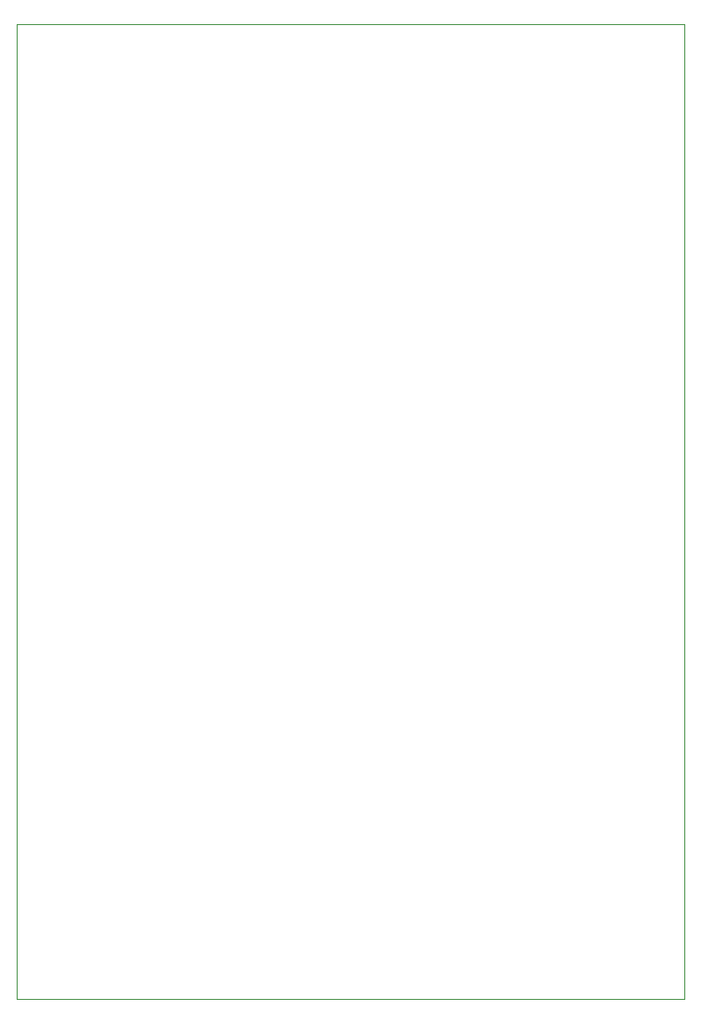
<source format=gbr>
%TF.GenerationSoftware,KiCad,Pcbnew,9.0.6-9.0.6~ubuntu24.04.1*%
%TF.CreationDate,2026-01-25T19:23:25-03:00*%
%TF.ProjectId,cotti_probe,636f7474-695f-4707-926f-62652e6b6963,0.0*%
%TF.SameCoordinates,Original*%
%TF.FileFunction,Profile,NP*%
%FSLAX46Y46*%
G04 Gerber Fmt 4.6, Leading zero omitted, Abs format (unit mm)*
G04 Created by KiCad (PCBNEW 9.0.6-9.0.6~ubuntu24.04.1) date 2026-01-25 19:23:25*
%MOMM*%
%LPD*%
G01*
G04 APERTURE LIST*
%TA.AperFunction,Profile*%
%ADD10C,0.050000*%
%TD*%
G04 APERTURE END LIST*
D10*
X132080000Y-25400000D02*
X193040000Y-25400000D01*
X193040000Y-114300000D01*
X132080000Y-114300000D01*
X132080000Y-25400000D01*
M02*

</source>
